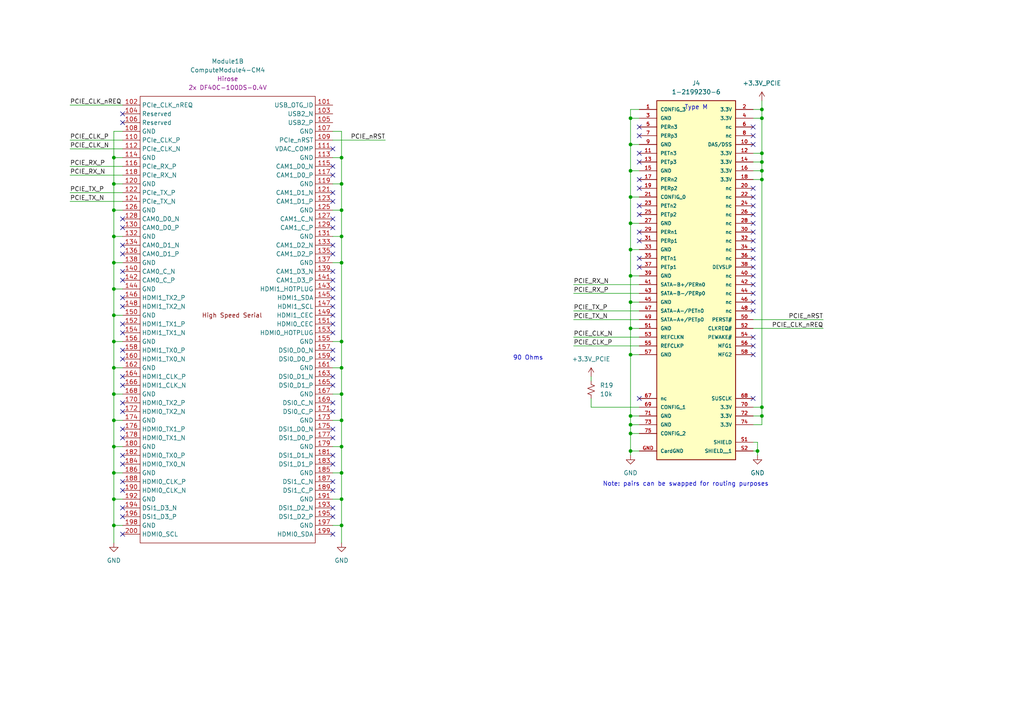
<source format=kicad_sch>
(kicad_sch (version 20231120) (generator "eeschema") (generator_version "8.0")
  (paper "A4")
  (lib_symbols
    (symbol "1-2199230-6:1-2199230-6" (pin_names (offset 1.016))
      (property "Reference" "J4" (at 0 55.88 0))
      (property "Value" "1-2199230-6" (at 0 53.34 0))
      (symbol "1-2199230-6_0_0"
        (rectangle (start -11.43 50.8) (end 11.43 -53.34) (stroke (width 0.254)) (fill (type background)))
        (pin passive line (at 16.51 -48.26 180) (length 5.08) (name "SHIELD") (number "S1"))
        (pin passive line (at 16.51 -50.8 180) (length 5.08) (name "SHIELD__1") (number "S2"))
      )
      (symbol "1-2199230-6_1_0"
        (pin passive line (at -16.51 48.26 0) (length 5.08) (name "CONFIG_3") (number "1"))
        (pin passive line (at 16.51 38.1 180) (length 5.08) (name "DAS/DSS") (number "10"))
        (pin passive line (at -16.51 35.56 0) (length 5.08) (name "PETn3") (number "11"))
        (pin passive line (at 16.51 35.56 180) (length 5.08) (name "3.3V") (number "12"))
        (pin passive line (at -16.51 33.02 0) (length 5.08) (name "PETp3") (number "13"))
        (pin passive line (at 16.51 33.02 180) (length 5.08) (name "3.3V") (number "14"))
        (pin passive line (at -16.51 30.48 0) (length 5.08) (name "GND") (number "15"))
        (pin passive line (at 16.51 30.48 180) (length 5.08) (name "3.3V") (number "16"))
        (pin passive line (at -16.51 27.94 0) (length 5.08) (name "PERn2") (number "17"))
        (pin passive line (at 16.51 27.94 180) (length 5.08) (name "3.3V") (number "18"))
        (pin passive line (at -16.51 25.4 0) (length 5.08) (name "PERp2") (number "19"))
        (pin passive line (at 16.51 48.26 180) (length 5.08) (name "3.3V") (number "2"))
        (pin passive line (at 16.51 25.4 180) (length 5.08) (name "nc") (number "20"))
        (pin passive line (at -16.51 22.86 0) (length 5.08) (name "CONFIG_0") (number "21"))
        (pin passive line (at 16.51 22.86 180) (length 5.08) (name "nc") (number "22"))
        (pin passive line (at -16.51 20.32 0) (length 5.08) (name "PETn2") (number "23"))
        (pin passive line (at 16.51 20.32 180) (length 5.08) (name "nc") (number "24"))
        (pin passive line (at -16.51 17.78 0) (length 5.08) (name "PETp2") (number "25"))
        (pin passive line (at 16.51 17.78 180) (length 5.08) (name "nc") (number "26"))
        (pin passive line (at -16.51 15.24 0) (length 5.08) (name "GND") (number "27"))
        (pin passive line (at 16.51 15.24 180) (length 5.08) (name "nc") (number "28"))
        (pin passive line (at -16.51 12.7 0) (length 5.08) (name "PERn1") (number "29"))
        (pin passive line (at -16.51 45.72 0) (length 5.08) (name "GND") (number "3"))
        (pin passive line (at 16.51 12.7 180) (length 5.08) (name "nc") (number "30"))
        (pin passive line (at -16.51 10.16 0) (length 5.08) (name "PERp1") (number "31"))
        (pin passive line (at 16.51 10.16 180) (length 5.08) (name "nc") (number "32"))
        (pin passive line (at -16.51 7.62 0) (length 5.08) (name "GND") (number "33"))
        (pin passive line (at 16.51 7.62 180) (length 5.08) (name "nc") (number "34"))
        (pin passive line (at -16.51 5.08 0) (length 5.08) (name "PETn1") (number "35"))
        (pin passive line (at 16.51 5.08 180) (length 5.08) (name "nc") (number "36"))
        (pin passive line (at -16.51 2.54 0) (length 5.08) (name "PETp1") (number "37"))
        (pin passive line (at 16.51 2.54 180) (length 5.08) (name "DEVSLP") (number "38"))
        (pin passive line (at -16.51 0 0) (length 5.08) (name "GND") (number "39"))
        (pin passive line (at 16.51 45.72 180) (length 5.08) (name "3.3V") (number "4"))
        (pin passive line (at 16.51 0 180) (length 5.08) (name "nc") (number "40"))
        (pin passive line (at -16.51 -2.54 0) (length 5.08) (name "SATA-B+/PERn0") (number "41"))
        (pin passive line (at 16.51 -2.54 180) (length 5.08) (name "nc") (number "42"))
        (pin passive line (at -16.51 -5.08 0) (length 5.08) (name "SATA-B-/PERp0") (number "43"))
        (pin passive line (at 16.51 -5.08 180) (length 5.08) (name "nc") (number "44"))
        (pin passive line (at -16.51 -7.62 0) (length 5.08) (name "GND") (number "45"))
        (pin passive line (at 16.51 -7.62 180) (length 5.08) (name "nc") (number "46"))
        (pin passive line (at -16.51 -10.16 0) (length 5.08) (name "SATA-A-/PETn0") (number "47"))
        (pin passive line (at 16.51 -10.16 180) (length 5.08) (name "nc") (number "48"))
        (pin passive line (at -16.51 -12.7 0) (length 5.08) (name "SATA-A+/PETp0") (number "49"))
        (pin passive line (at -16.51 43.18 0) (length 5.08) (name "PERn3") (number "5"))
        (pin passive line (at 16.51 -12.7 180) (length 5.08) (name "PERST#") (number "50"))
        (pin passive line (at -16.51 -15.24 0) (length 5.08) (name "GND") (number "51"))
        (pin passive line (at 16.51 -15.24 180) (length 5.08) (name "CLKREQ#") (number "52"))
        (pin passive line (at -16.51 -17.78 0) (length 5.08) (name "REFCLKN") (number "53"))
        (pin passive line (at 16.51 -17.78 180) (length 5.08) (name "PEWAKE#") (number "54"))
        (pin passive line (at -16.51 -20.32 0) (length 5.08) (name "REFCLKP") (number "55"))
        (pin passive line (at 16.51 -20.32 180) (length 5.08) (name "MFG1") (number "56"))
        (pin passive line (at -16.51 -22.86 0) (length 5.08) (name "GND") (number "57"))
        (pin passive line (at 16.51 -22.86 180) (length 5.08) (name "MFG2") (number "58"))
        (pin passive line (at 16.51 43.18 180) (length 5.08) (name "nc") (number "6"))
        (pin passive line (at -16.51 -35.56 0) (length 5.08) (name "nc") (number "67"))
        (pin passive line (at 16.51 -35.56 180) (length 5.08) (name "SUSCLK") (number "68"))
        (pin passive line (at -16.51 -38.1 0) (length 5.08) (name "CONFIG_1") (number "69"))
        (pin passive line (at -16.51 40.64 0) (length 5.08) (name "PERp3") (number "7"))
        (pin passive line (at 16.51 -38.1 180) (length 5.08) (name "3.3V") (number "70"))
        (pin passive line (at -16.51 -40.64 0) (length 5.08) (name "GND") (number "71"))
        (pin passive line (at 16.51 -40.64 180) (length 5.08) (name "3.3V") (number "72"))
        (pin passive line (at -16.51 -43.18 0) (length 5.08) (name "GND") (number "73"))
        (pin passive line (at 16.51 -43.18 180) (length 5.08) (name "3.3V") (number "74"))
        (pin passive line (at -16.51 -45.72 0) (length 5.08) (name "CONFIG_2") (number "75"))
        (pin passive line (at 16.51 40.64 180) (length 5.08) (name "nc") (number "8"))
        (pin passive line (at -16.51 38.1 0) (length 5.08) (name "GND") (number "9"))
        (pin passive line (at -16.51 -50.8 0) (length 5.08) (name "CardGND") (number "GND"))
      )
    )
    (symbol "CM4IO:ComputeModule4-CM4"
      (property "Reference" "Module" (at 113.03 -68.58 0))
      (property "Value" "ComputeModule4-CM4" (at 140.97 2.54 0))
      (property "Field4" "Hirose" (at 0 0 0))
      (property "Field5" "2x DF40C-100DS-0.4V" (at 0 -2.54 0))
      (symbol "ComputeModule4-CM4_1_0"
        (text "GPIO" (at 0 6.35 0) (effects (font (size 1.27 1.27))))
      )
      (symbol "ComputeModule4-CM4_1_1"
        (rectangle (start -30.48 -71.12) (end 25.4 58.42))
        (text "600mA Max" (at -8.89 -53.34 0) (effects (font (size 1.27 1.27))))
        (text "600mA Max" (at -8.89 -48.26 0) (effects (font (size 1.27 1.27))))
        (text "NB SD signals are only available" (at -1.27 -27.94 0) (effects (font (size 1.27 1.27))))
        (text "on modules without eMMC" (at -1.27 -30.48 0) (effects (font (size 1.27 1.27))))
        (pin power_in line (at 27.94 55.88 180) (length 2.54) (name "GND") (number "1"))
        (pin passive line (at -33.02 45.72 0) (length 2.54) (name "Ethernet_Pair0_N") (number "10"))
        (pin output line (at -33.02 -68.58 0) (length 2.54) (name "nEXTRST") (number "100"))
        (pin passive line (at 27.94 43.18 180) (length 2.54) (name "Ethernet_Pair2_P") (number "11"))
        (pin passive line (at -33.02 43.18 0) (length 2.54) (name "Ethernet_Pair0_P") (number "12"))
        (pin power_in line (at 27.94 40.64 180) (length 2.54) (name "GND") (number "13"))
        (pin power_in line (at -33.02 40.64 0) (length 2.54) (name "GND") (number "14"))
        (pin output line (at 27.94 38.1 180) (length 2.54) (name "Ethernet_nLED3(3.3v)") (number "15"))
        (pin input line (at -33.02 38.1 0) (length 2.54) (name "Ethernet_SYNC_IN(1.8v)") (number "16"))
        (pin output line (at 27.94 35.56 180) (length 2.54) (name "Ethernet_nLED2(3.3v)") (number "17"))
        (pin input line (at -33.02 35.56 0) (length 2.54) (name "Ethernet_SYNC_OUT(1.8v)") (number "18"))
        (pin output line (at 27.94 33.02 180) (length 2.54) (name "Ethernet_nLED1(3.3v)") (number "19"))
        (pin power_in line (at -33.02 55.88 0) (length 2.54) (name "GND") (number "2"))
        (pin passive line (at -33.02 33.02 0) (length 2.54) (name "EEPROM_nWP") (number "20"))
        (pin open_collector line (at 27.94 30.48 180) (length 2.54) (name "PI_nLED_Activity") (number "21"))
        (pin power_in line (at -33.02 30.48 0) (length 2.54) (name "GND") (number "22"))
        (pin power_in line (at 27.94 27.94 180) (length 2.54) (name "GND") (number "23"))
        (pin passive line (at -33.02 27.94 0) (length 2.54) (name "GPIO26") (number "24"))
        (pin passive line (at 27.94 25.4 180) (length 2.54) (name "GPIO21") (number "25"))
        (pin passive line (at -33.02 25.4 0) (length 2.54) (name "GPIO19") (number "26"))
        (pin passive line (at 27.94 22.86 180) (length 2.54) (name "GPIO20") (number "27"))
        (pin passive line (at -33.02 22.86 0) (length 2.54) (name "GPIO13") (number "28"))
        (pin passive line (at 27.94 20.32 180) (length 2.54) (name "GPIO16") (number "29"))
        (pin passive line (at 27.94 53.34 180) (length 2.54) (name "Ethernet_Pair3_P") (number "3"))
        (pin passive line (at -33.02 20.32 0) (length 2.54) (name "GPIO6") (number "30"))
        (pin passive line (at 27.94 17.78 180) (length 2.54) (name "GPIO12") (number "31"))
        (pin power_in line (at -33.02 17.78 0) (length 2.54) (name "GND") (number "32"))
        (pin power_in line (at 27.94 15.24 180) (length 2.54) (name "GND") (number "33"))
        (pin passive line (at -33.02 15.24 0) (length 2.54) (name "GPIO5") (number "34"))
        (pin passive line (at 27.94 12.7 180) (length 2.54) (name "ID_SC") (number "35"))
        (pin passive line (at -33.02 12.7 0) (length 2.54) (name "ID_SD") (number "36"))
        (pin passive line (at 27.94 10.16 180) (length 2.54) (name "GPIO7") (number "37"))
        (pin passive line (at -33.02 10.16 0) (length 2.54) (name "GPIO11") (number "38"))
        (pin passive line (at 27.94 7.62 180) (length 2.54) (name "GPIO8") (number "39"))
        (pin passive line (at -33.02 53.34 0) (length 2.54) (name "Ethernet_Pair1_P") (number "4"))
        (pin passive line (at -33.02 7.62 0) (length 2.54) (name "GPIO9") (number "40"))
        (pin passive line (at 27.94 5.08 180) (length 2.54) (name "GPIO25") (number "41"))
        (pin power_in line (at -33.02 5.08 0) (length 2.54) (name "GND") (number "42"))
        (pin power_in line (at 27.94 2.54 180) (length 2.54) (name "GND") (number "43"))
        (pin passive line (at -33.02 2.54 0) (length 2.54) (name "GPIO10") (number "44"))
        (pin passive line (at 27.94 0 180) (length 2.54) (name "GPIO24") (number "45"))
        (pin passive line (at -33.02 0 0) (length 2.54) (name "GPIO22") (number "46"))
        (pin passive line (at 27.94 -2.54 180) (length 2.54) (name "GPIO23") (number "47"))
        (pin passive line (at -33.02 -2.54 0) (length 2.54) (name "GPIO27") (number "48"))
        (pin passive line (at 27.94 -5.08 180) (length 2.54) (name "GPIO18") (number "49"))
        (pin passive line (at 27.94 50.8 180) (length 2.54) (name "Ethernet_Pair3_N") (number "5"))
        (pin passive line (at -33.02 -5.08 0) (length 2.54) (name "GPIO17") (number "50"))
        (pin passive line (at 27.94 -7.62 180) (length 2.54) (name "GPIO15") (number "51"))
        (pin power_in line (at -33.02 -7.62 0) (length 2.54) (name "GND") (number "52"))
        (pin power_in line (at 27.94 -10.16 180) (length 2.54) (name "GND") (number "53"))
        (pin passive line (at -33.02 -10.16 0) (length 2.54) (name "GPIO4") (number "54"))
        (pin passive line (at 27.94 -12.7 180) (length 2.54) (name "GPIO14") (number "55"))
        (pin passive line (at -33.02 -12.7 0) (length 2.54) (name "GPIO3") (number "56"))
        (pin passive line (at 27.94 -15.24 180) (length 2.54) (name "SD_CLK") (number "57"))
        (pin passive line (at -33.02 -15.24 0) (length 2.54) (name "GPIO2") (number "58"))
        (pin power_in line (at 27.94 -17.78 180) (length 2.54) (name "GND") (number "59"))
        (pin passive line (at -33.02 50.8 0) (length 2.54) (name "Ethernet_Pair1_N") (number "6"))
        (pin power_in line (at -33.02 -17.78 0) (length 2.54) (name "GND") (number "60"))
        (pin passive line (at 27.94 -20.32 180) (length 2.54) (name "SD_DAT3") (number "61"))
        (pin passive line (at -33.02 -20.32 0) (length 2.54) (name "SD_CMD") (number "62"))
        (pin passive line (at 27.94 -22.86 180) (length 2.54) (name "SD_DAT0") (number "63"))
        (pin passive line (at -33.02 -22.86 0) (length 2.54) (name "SD_DAT5") (number "64"))
        (pin power_in line (at 27.94 -25.4 180) (length 2.54) (name "GND") (number "65"))
        (pin power_in line (at -33.02 -25.4 0) (length 2.54) (name "GND") (number "66"))
        (pin passive line (at 27.94 -27.94 180) (length 2.54) (name "SD_DAT1") (number "67"))
        (pin passive line (at -33.02 -27.94 0) (length 2.54) (name "SD_DAT4") (number "68"))
        (pin passive line (at 27.94 -30.48 180) (length 2.54) (name "SD_DAT2") (number "69"))
        (pin power_in line (at 27.94 48.26 180) (length 2.54) (name "GND") (number "7"))
        (pin passive line (at -33.02 -30.48 0) (length 2.54) (name "SD_DAT7") (number "70"))
        (pin power_in line (at 27.94 -33.02 180) (length 2.54) (name "GND") (number "71"))
        (pin passive line (at -33.02 -33.02 0) (length 2.54) (name "SD_DAT6") (number "72"))
        (pin input line (at 27.94 -35.56 180) (length 2.54) (name "SD_VDD_Override") (number "73"))
        (pin power_in line (at -33.02 -35.56 0) (length 2.54) (name "GND") (number "74"))
        (pin output line (at 27.94 -38.1 180) (length 2.54) (name "SD_PWR_ON") (number "75"))
        (pin passive line (at -33.02 -38.1 0) (length 2.54) (name "Reserved") (number "76"))
        (pin power_in line (at 27.94 -40.64 180) (length 2.54) (name "+5v_(Input)") (number "77"))
        (pin power_in line (at -33.02 -40.64 0) (length 2.54) (name "GPIO_VREF(1.8v/3.3v_Input)") (number "78"))
        (pin power_in line (at 27.94 -43.18 180) (length 2.54) (name "+5v_(Input)") (number "79"))
        (pin power_in line (at -33.02 48.26 0) (length 2.54) (name "GND") (number "8"))
        (pin passive line (at -33.02 -43.18 0) (length 2.54) (name "SCL0") (number "80"))
        (pin power_in line (at 27.94 -45.72 180) (length 2.54) (name "+5v_(Input)") (number "81"))
        (pin passive line (at -33.02 -45.72 0) (length 2.54) (name "SDA0") (number "82"))
        (pin power_in line (at 27.94 -48.26 180) (length 2.54) (name "+5v_(Input)") (number "83"))
        (pin power_out line (at -33.02 -48.26 0) (length 2.54) (name "+3.3v_(Output)") (number "84"))
        (pin power_in line (at 27.94 -50.8 180) (length 2.54) (name "+5v_(Input)") (number "85"))
        (pin power_out line (at -33.02 -50.8 0) (length 2.54) (name "+3.3v_(Output)") (number "86"))
        (pin power_in line (at 27.94 -53.34 180) (length 2.54) (name "+5v_(Input)") (number "87"))
        (pin power_out line (at -33.02 -53.34 0) (length 2.54) (name "+1.8v_(Output)") (number "88"))
        (pin power_in line (at 27.94 -55.88 180) (length 2.54) (name "WiFi_nDisable") (number "89"))
        (pin passive line (at 27.94 45.72 180) (length 2.54) (name "Ethernet_Pair2_N") (number "9"))
        (pin power_out line (at -33.02 -55.88 0) (length 2.54) (name "+1.8v_(Output)") (number "90"))
        (pin power_in line (at 27.94 -58.42 180) (length 2.54) (name "BT_nDisable") (number "91"))
        (pin passive line (at -33.02 -58.42 0) (length 2.54) (name "RUN_PG") (number "92"))
        (pin input line (at 27.94 -60.96 180) (length 2.54) (name "nRPIBOOT") (number "93"))
        (pin passive line (at -33.02 -60.96 0) (length 2.54) (name "AnalogIP1") (number "94"))
        (pin output line (at 27.94 -63.5 180) (length 2.54) (name "nPI_LED_PWR") (number "95"))
        (pin passive line (at -33.02 -63.5 0) (length 2.54) (name "AnalogIP0") (number "96"))
        (pin passive line (at 27.94 -66.04 180) (length 2.54) (name "Camera_GPIO") (number "97"))
        (pin power_in line (at -33.02 -66.04 0) (length 2.54) (name "GND") (number "98"))
        (pin input line (at 27.94 -68.58 180) (length 2.54) (name "Global_EN") (number "99"))
      )
      (symbol "ComputeModule4-CM4_2_1"
        (rectangle (start 114.3 -66.04) (end 165.1 63.5))
        (text "High Speed Serial" (at 140.97 0 0) (effects (font (size 1.27 1.27))))
        (pin input line (at 170.18 60.96 180) (length 5.08) (name "USB_OTG_ID") (number "101"))
        (pin input line (at 109.22 60.96 0) (length 5.08) (name "PCIe_CLK_nREQ") (number "102"))
        (pin passive line (at 170.18 58.42 180) (length 5.08) (name "USB2_N") (number "103"))
        (pin passive line (at 109.22 58.42 0) (length 5.08) (name "Reserved") (number "104"))
        (pin passive line (at 170.18 55.88 180) (length 5.08) (name "USB2_P") (number "105"))
        (pin passive line (at 109.22 55.88 0) (length 5.08) (name "Reserved") (number "106"))
        (pin power_in line (at 170.18 53.34 180) (length 5.08) (name "GND") (number "107"))
        (pin power_in line (at 109.22 53.34 0) (length 5.08) (name "GND") (number "108"))
        (pin bidirectional line (at 170.18 50.8 180) (length 5.08) (name "PCIe_nRST") (number "109"))
        (pin output line (at 109.22 50.8 0) (length 5.08) (name "PCIe_CLK_P") (number "110"))
        (pin passive line (at 170.18 48.26 180) (length 5.08) (name "VDAC_COMP") (number "111"))
        (pin output line (at 109.22 48.26 0) (length 5.08) (name "PCIe_CLK_N") (number "112"))
        (pin power_in line (at 170.18 45.72 180) (length 5.08) (name "GND") (number "113"))
        (pin power_in line (at 109.22 45.72 0) (length 5.08) (name "GND") (number "114"))
        (pin input line (at 170.18 43.18 180) (length 5.08) (name "CAM1_D0_N") (number "115"))
        (pin input line (at 109.22 43.18 0) (length 5.08) (name "PCIe_RX_P") (number "116"))
        (pin input line (at 170.18 40.64 180) (length 5.08) (name "CAM1_D0_P") (number "117"))
        (pin input line (at 109.22 40.64 0) (length 5.08) (name "PCIe_RX_N") (number "118"))
        (pin power_in line (at 170.18 38.1 180) (length 5.08) (name "GND") (number "119"))
        (pin power_in line (at 109.22 38.1 0) (length 5.08) (name "GND") (number "120"))
        (pin input line (at 170.18 35.56 180) (length 5.08) (name "CAM1_D1_N") (number "121"))
        (pin output line (at 109.22 35.56 0) (length 5.08) (name "PCIe_TX_P") (number "122"))
        (pin input line (at 170.18 33.02 180) (length 5.08) (name "CAM1_D1_P") (number "123"))
        (pin output line (at 109.22 33.02 0) (length 5.08) (name "PCIe_TX_N") (number "124"))
        (pin power_in line (at 170.18 30.48 180) (length 5.08) (name "GND") (number "125"))
        (pin power_in line (at 109.22 30.48 0) (length 5.08) (name "GND") (number "126"))
        (pin input line (at 170.18 27.94 180) (length 5.08) (name "CAM1_C_N") (number "127"))
        (pin input line (at 109.22 27.94 0) (length 5.08) (name "CAM0_D0_N") (number "128"))
        (pin input line (at 170.18 25.4 180) (length 5.08) (name "CAM1_C_P") (number "129"))
        (pin input line (at 109.22 25.4 0) (length 5.08) (name "CAM0_D0_P") (number "130"))
        (pin power_in line (at 170.18 22.86 180) (length 5.08) (name "GND") (number "131"))
        (pin power_in line (at 109.22 22.86 0) (length 5.08) (name "GND") (number "132"))
        (pin input line (at 170.18 20.32 180) (length 5.08) (name "CAM1_D2_N") (number "133"))
        (pin input line (at 109.22 20.32 0) (length 5.08) (name "CAM0_D1_N") (number "134"))
        (pin input line (at 170.18 17.78 180) (length 5.08) (name "CAM1_D2_P") (number "135"))
        (pin input line (at 109.22 17.78 0) (length 5.08) (name "CAM0_D1_P") (number "136"))
        (pin power_in line (at 170.18 15.24 180) (length 5.08) (name "GND") (number "137"))
        (pin power_in line (at 109.22 15.24 0) (length 5.08) (name "GND") (number "138"))
        (pin input line (at 170.18 12.7 180) (length 5.08) (name "CAM1_D3_N") (number "139"))
        (pin input line (at 109.22 12.7 0) (length 5.08) (name "CAM0_C_N") (number "140"))
        (pin input line (at 170.18 10.16 180) (length 5.08) (name "CAM1_D3_P") (number "141"))
        (pin input line (at 109.22 10.16 0) (length 5.08) (name "CAM0_C_P") (number "142"))
        (pin input line (at 170.18 7.62 180) (length 5.08) (name "HDMI1_HOTPLUG") (number "143"))
        (pin power_in line (at 109.22 7.62 0) (length 5.08) (name "GND") (number "144"))
        (pin bidirectional line (at 170.18 5.08 180) (length 5.08) (name "HDMI1_SDA") (number "145"))
        (pin output line (at 109.22 5.08 0) (length 5.08) (name "HDMI1_TX2_P") (number "146"))
        (pin open_collector line (at 170.18 2.54 180) (length 5.08) (name "HDMI1_SCL") (number "147"))
        (pin output line (at 109.22 2.54 0) (length 5.08) (name "HDMI1_TX2_N") (number "148"))
        (pin open_collector line (at 170.18 0 180) (length 5.08) (name "HDMI1_CEC") (number "149"))
        (pin power_in line (at 109.22 0 0) (length 5.08) (name "GND") (number "150"))
        (pin open_collector line (at 170.18 -2.54 180) (length 5.08) (name "HDMI0_CEC") (number "151"))
        (pin output line (at 109.22 -2.54 0) (length 5.08) (name "HDMI1_TX1_P") (number "152"))
        (pin input line (at 170.18 -5.08 180) (length 5.08) (name "HDMI0_HOTPLUG") (number "153"))
        (pin output line (at 109.22 -5.08 0) (length 5.08) (name "HDMI1_TX1_N") (number "154"))
        (pin power_in line (at 170.18 -7.62 180) (length 5.08) (name "GND") (number "155"))
        (pin power_in line (at 109.22 -7.62 0) (length 5.08) (name "GND") (number "156"))
        (pin output line (at 170.18 -10.16 180) (length 5.08) (name "DSI0_D0_N") (number "157"))
        (pin output line (at 109.22 -10.16 0) (length 5.08) (name "HDMI1_TX0_P") (number "158"))
        (pin output line (at 170.18 -12.7 180) (length 5.08) (name "DSI0_D0_P") (number "159"))
        (pin output line (at 109.22 -12.7 0) (length 5.08) (name "HDMI1_TX0_N") (number "160"))
        (pin power_in line (at 170.18 -15.24 180) (length 5.08) (name "GND") (number "161"))
        (pin power_in line (at 109.22 -15.24 0) (length 5.08) (name "GND") (number "162"))
        (pin output line (at 170.18 -17.78 180) (length 5.08) (name "DSI0_D1_N") (number "163"))
        (pin output line (at 109.22 -17.78 0) (length 5.08) (name "HDMI1_CLK_P") (number "164"))
        (pin output line (at 170.18 -20.32 180) (length 5.08) (name "DSI0_D1_P") (number "165"))
        (pin output line (at 109.22 -20.32 0) (length 5.08) (name "HDMI1_CLK_N") (number "166"))
        (pin power_in line (at 170.18 -22.86 180) (length 5.08) (name "GND") (number "167"))
        (pin power_in line (at 109.22 -22.86 0) (length 5.08) (name "GND") (number "168"))
        (pin output line (at 170.18 -25.4 180) (length 5.08) (name "DSI0_C_N") (number "169"))
        (pin output line (at 109.22 -25.4 0) (length 5.08) (name "HDMI0_TX2_P") (number "170"))
        (pin output line (at 170.18 -27.94 180) (length 5.08) (name "DSI0_C_P") (number "171"))
        (pin output line (at 109.22 -27.94 0) (length 5.08) (name "HDMI0_TX2_N") (number "172"))
        (pin power_in line (at 170.18 -30.48 180) (length 5.08) (name "GND") (number "173"))
        (pin power_in line (at 109.22 -30.48 0) (length 5.08) (name "GND") (number "174"))
        (pin output line (at 170.18 -33.02 180) (length 5.08) (name "DSI1_D0_N") (number "175"))
        (pin output line (at 109.22 -33.02 0) (length 5.08) (name "HDMI0_TX1_P") (number "176"))
        (pin output line (at 170.18 -35.56 180) (length 5.08) (name "DSI1_D0_P") (number "177"))
        (pin output line (at 109.22 -35.56 0) (length 5.08) (name "HDMI0_TX1_N") (number "178"))
        (pin power_in line (at 170.18 -38.1 180) (length 5.08) (name "GND") (number "179"))
        (pin power_in line (at 109.22 -38.1 0) (length 5.08) (name "GND") (number "180"))
        (pin output line (at 170.18 -40.64 180) (length 5.08) (name "DSI1_D1_N") (number "181"))
        (pin output line (at 109.22 -40.64 0) (length 5.08) (name "HDMI0_TX0_P") (number "182"))
        (pin output line (at 170.18 -43.18 180) (length 5.08) (name "DSI1_D1_P") (number "183"))
        (pin output line (at 109.22 -43.18 0) (length 5.08) (name "HDMI0_TX0_N") (number "184"))
        (pin power_in line (at 170.18 -45.72 180) (length 5.08) (name "GND") (number "185"))
        (pin power_in line (at 109.22 -45.72 0) (length 5.08) (name "GND") (number "186"))
        (pin output line (at 170.18 -48.26 180) (length 5.08) (name "DSI1_C_N") (number "187"))
        (pin output line (at 109.22 -48.26 0) (length 5.08) (name "HDMI0_CLK_P") (number "188"))
        (pin output line (at 170.18 -50.8 180) (length 5.08) (name "DSI1_C_P") (number "189"))
        (pin output line (at 109.22 -50.8 0) (length 5.08) (name "HDMI0_CLK_N") (number "190"))
        (pin power_in line (at 170.18 -53.34 180) (length 5.08) (name "GND") (number "191"))
        (pin power_in line (at 109.22 -53.34 0) (length 5.08) (name "GND") (number "192"))
        (pin output line (at 170.18 -55.88 180) (length 5.08) (name "DSI1_D2_N") (number "193"))
        (pin output line (at 109.22 -55.88 0) (length 5.08) (name "DSI1_D3_N") (number "194"))
        (pin output line (at 170.18 -58.42 180) (length 5.08) (name "DSI1_D2_P") (number "195"))
        (pin output line (at 109.22 -58.42 0) (length 5.08) (name "DSI1_D3_P") (number "196"))
        (pin power_in line (at 170.18 -60.96 180) (length 5.08) (name "GND") (number "197"))
        (pin power_in line (at 109.22 -60.96 0) (length 5.08) (name "GND") (number "198"))
        (pin bidirectional line (at 170.18 -63.5 180) (length 5.08) (name "HDMI0_SDA") (number "199"))
        (pin open_collector line (at 109.22 -63.5 0) (length 5.08) (name "HDMI0_SCL") (number "200"))
      )
    )
    (symbol "Device:R_Small_US" (pin_numbers hide) (pin_names (offset 0.254) hide)
      (property "Reference" "R" (at 0.762 0.508 0))
      (property "Value" "R_Small_US" (at 0.762 -1.016 0))
      (symbol "R_Small_US_1_1"
        (polyline (pts (xy 0 0) (xy 1.016 -0.381) (xy 0 -0.762) (xy -1.016 -1.143) (xy 0 -1.524)))
        (polyline (pts (xy 0 1.524) (xy 1.016 1.143) (xy 0 0.762) (xy -1.016 0.381) (xy 0 0)))
        (pin passive line (at 0 2.54 270) (length 1.016) (name "~") (number "1"))
        (pin passive line (at 0 -2.54 90) (length 1.016) (name "~") (number "2"))
      )
    )
    (symbol "power:+3.3V" (power) (pin_names (offset 0))
      (property "Value" "+3.3V" (at 0 3.556 0))
      (symbol "+3.3V_0_1"
        (polyline (pts (xy -0.762 1.27) (xy 0 2.54)))
        (polyline (pts (xy 0 0) (xy 0 2.54)))
        (polyline (pts (xy 0 2.54) (xy 0.762 1.27)))
      )
      (symbol "+3.3V_1_1"
        (pin power_in line (at 0 0 90) (length 0) hide (name "+3.3V") (number "1"))
      )
    )
    (symbol "power:GND" (power) (pin_names (offset 0))
      (property "Value" "GND" (at 0 -3.81 0))
      (symbol "GND_0_1"
        (polyline (pts (xy 0 0) (xy 0 -1.27) (xy 1.27 -1.27) (xy 0 -2.54) (xy -1.27 -1.27) (xy 0 -1.27)))
      )
      (symbol "GND_1_1"
        (pin power_in line (at 0 0 270) (length 0) hide (name "GND") (number "1"))
      )
    )
  )
  (junction (at 220.98 31.75))
  (junction (at 33.02 106.68))
  (junction (at 99.06 99.06))
  (junction (at 220.98 120.65))
  (junction (at 99.06 144.78))
  (junction (at 182.88 130.81))
  (junction (at 33.02 60.96))
  (junction (at 182.88 95.25))
  (junction (at 33.02 99.06))
  (junction (at 99.06 45.72))
  (junction (at 33.02 53.34))
  (junction (at 33.02 152.4))
  (junction (at 182.88 87.63))
  (junction (at 33.02 121.92))
  (junction (at 99.06 60.96))
  (junction (at 182.88 120.65))
  (junction (at 99.06 152.4))
  (junction (at 33.02 129.54))
  (junction (at 99.06 129.54))
  (junction (at 182.88 41.91))
  (junction (at 182.88 80.01))
  (junction (at 99.06 53.34))
  (junction (at 33.02 83.82))
  (junction (at 182.88 49.53))
  (junction (at 99.06 106.68))
  (junction (at 182.88 34.29))
  (junction (at 99.06 114.3))
  (junction (at 33.02 76.2))
  (junction (at 220.98 34.29))
  (junction (at 33.02 114.3))
  (junction (at 33.02 91.44))
  (junction (at 33.02 45.72))
  (junction (at 182.88 125.73))
  (junction (at 99.06 121.92))
  (junction (at 220.98 118.11))
  (junction (at 219.71 130.81))
  (junction (at 220.98 44.45))
  (junction (at 99.06 68.58))
  (junction (at 220.98 52.07))
  (junction (at 182.88 123.19))
  (junction (at 99.06 137.16))
  (junction (at 33.02 144.78))
  (junction (at 182.88 64.77))
  (junction (at 220.98 49.53))
  (junction (at 182.88 102.87))
  (junction (at 220.98 46.99))
  (junction (at 33.02 68.58))
  (junction (at 182.88 57.15))
  (junction (at 182.88 72.39))
  (junction (at 99.06 76.2))
  (junction (at 33.02 137.16))
  (no_connect (at 96.52 50.8))
  (no_connect (at 185.42 69.85))
  (no_connect (at 96.52 147.32))
  (no_connect (at 218.44 69.85))
  (no_connect (at 96.52 149.86))
  (no_connect (at 185.42 67.31))
  (no_connect (at 35.56 104.14))
  (no_connect (at 35.56 124.46))
  (no_connect (at 185.42 54.61))
  (no_connect (at 96.52 86.36))
  (no_connect (at 218.44 80.01))
  (no_connect (at 218.44 39.37))
  (no_connect (at 185.42 39.37))
  (no_connect (at 185.42 52.07))
  (no_connect (at 35.56 147.32))
  (no_connect (at 96.52 58.42))
  (no_connect (at 96.52 116.84))
  (no_connect (at 35.56 127))
  (no_connect (at 35.56 88.9))
  (no_connect (at 96.52 43.18))
  (no_connect (at 218.44 62.23))
  (no_connect (at 185.42 46.99))
  (no_connect (at 185.42 36.83))
  (no_connect (at 35.56 81.28))
  (no_connect (at 96.52 134.62))
  (no_connect (at 185.42 44.45))
  (no_connect (at 96.52 101.6))
  (no_connect (at 185.42 74.93))
  (no_connect (at 218.44 85.09))
  (no_connect (at 185.42 77.47))
  (no_connect (at 218.44 77.47))
  (no_connect (at 35.56 154.94))
  (no_connect (at 35.56 78.74))
  (no_connect (at 35.56 149.86))
  (no_connect (at 185.42 115.57))
  (no_connect (at 96.52 78.74))
  (no_connect (at 96.52 132.08))
  (no_connect (at 96.52 63.5))
  (no_connect (at 35.56 142.24))
  (no_connect (at 218.44 102.87))
  (no_connect (at 218.44 97.79))
  (no_connect (at 96.52 119.38))
  (no_connect (at 218.44 59.69))
  (no_connect (at 218.44 36.83))
  (no_connect (at 96.52 55.88))
  (no_connect (at 218.44 72.39))
  (no_connect (at 35.56 111.76))
  (no_connect (at 35.56 109.22))
  (no_connect (at 35.56 66.04))
  (no_connect (at 35.56 132.08))
  (no_connect (at 218.44 64.77))
  (no_connect (at 218.44 41.91))
  (no_connect (at 35.56 73.66))
  (no_connect (at 96.52 66.04))
  (no_connect (at 96.52 124.46))
  (no_connect (at 35.56 119.38))
  (no_connect (at 35.56 71.12))
  (no_connect (at 96.52 48.26))
  (no_connect (at 218.44 87.63))
  (no_connect (at 96.52 154.94))
  (no_connect (at 96.52 73.66))
  (no_connect (at 35.56 93.98))
  (no_connect (at 218.44 100.33))
  (no_connect (at 96.52 109.22))
  (no_connect (at 96.52 71.12))
  (no_connect (at 218.44 54.61))
  (no_connect (at 35.56 134.62))
  (no_connect (at 218.44 74.93))
  (no_connect (at 96.52 139.7))
  (no_connect (at 96.52 104.14))
  (no_connect (at 35.56 33.02))
  (no_connect (at 185.42 59.69))
  (no_connect (at 218.44 82.55))
  (no_connect (at 96.52 83.82))
  (no_connect (at 35.56 116.84))
  (no_connect (at 35.56 101.6))
  (no_connect (at 35.56 35.56))
  (no_connect (at 218.44 57.15))
  (no_connect (at 96.52 96.52))
  (no_connect (at 35.56 86.36))
  (no_connect (at 96.52 88.9))
  (no_connect (at 218.44 67.31))
  (no_connect (at 96.52 111.76))
  (no_connect (at 96.52 127))
  (no_connect (at 96.52 81.28))
  (no_connect (at 35.56 96.52))
  (no_connect (at 35.56 139.7))
  (no_connect (at 96.52 142.24))
  (no_connect (at 35.56 63.5))
  (no_connect (at 96.52 91.44))
  (no_connect (at 218.44 90.17))
  (no_connect (at 185.42 62.23))
  (no_connect (at 96.52 93.98))
  (no_connect (at 218.44 115.57))
  (wire (pts (xy 182.88 123.19) (xy 182.88 125.73)))
  (wire (pts (xy 182.88 72.39) (xy 185.42 72.39)))
  (wire (pts (xy 99.06 106.68) (xy 99.06 114.3)))
  (wire (pts (xy 99.06 53.34) (xy 99.06 60.96)))
  (wire (pts (xy 33.02 99.06) (xy 35.56 99.06)))
  (wire (pts (xy 220.98 49.53) (xy 220.98 52.07)))
  (wire (pts (xy 33.02 99.06) (xy 33.02 106.68)))
  (wire (pts (xy 220.98 31.75) (xy 220.98 29.21)))
  (wire (pts (xy 96.52 38.1) (xy 99.06 38.1)))
  (wire (pts (xy 96.52 53.34) (xy 99.06 53.34)))
  (wire (pts (xy 185.42 49.53) (xy 182.88 49.53)))
  (wire (pts (xy 182.88 125.73) (xy 182.88 130.81)))
  (wire (pts (xy 33.02 83.82) (xy 35.56 83.82)))
  (wire (pts (xy 33.02 129.54) (xy 33.02 137.16)))
  (wire (pts (xy 220.98 123.19) (xy 220.98 120.65)))
  (wire (pts (xy 166.37 92.71) (xy 185.42 92.71)))
  (wire (pts (xy 20.32 50.8) (xy 35.56 50.8)))
  (wire (pts (xy 220.98 34.29) (xy 220.98 44.45)))
  (wire (pts (xy 99.06 60.96) (xy 99.06 68.58)))
  (wire (pts (xy 99.06 121.92) (xy 96.52 121.92)))
  (wire (pts (xy 99.06 38.1) (xy 99.06 45.72)))
  (wire (pts (xy 99.06 68.58) (xy 96.52 68.58)))
  (wire (pts (xy 182.88 80.01) (xy 182.88 87.63)))
  (wire (pts (xy 33.02 121.92) (xy 33.02 129.54)))
  (wire (pts (xy 99.06 144.78) (xy 99.06 152.4)))
  (wire (pts (xy 96.52 45.72) (xy 99.06 45.72)))
  (wire (pts (xy 99.06 137.16) (xy 99.06 144.78)))
  (wire (pts (xy 182.88 120.65) (xy 182.88 123.19)))
  (wire (pts (xy 166.37 82.55) (xy 185.42 82.55)))
  (wire (pts (xy 33.02 83.82) (xy 33.02 91.44)))
  (wire (pts (xy 219.71 130.81) (xy 218.44 130.81)))
  (wire (pts (xy 182.88 102.87) (xy 185.42 102.87)))
  (wire (pts (xy 218.44 123.19) (xy 220.98 123.19)))
  (wire (pts (xy 33.02 76.2) (xy 35.56 76.2)))
  (wire (pts (xy 220.98 31.75) (xy 220.98 34.29)))
  (wire (pts (xy 219.71 128.27) (xy 218.44 128.27)))
  (wire (pts (xy 182.88 120.65) (xy 185.42 120.65)))
  (wire (pts (xy 182.88 57.15) (xy 185.42 57.15)))
  (wire (pts (xy 33.02 68.58) (xy 33.02 76.2)))
  (wire (pts (xy 218.44 52.07) (xy 220.98 52.07)))
  (wire (pts (xy 99.06 99.06) (xy 96.52 99.06)))
  (wire (pts (xy 20.32 43.18) (xy 35.56 43.18)))
  (wire (pts (xy 182.88 87.63) (xy 182.88 95.25)))
  (wire (pts (xy 35.56 38.1) (xy 33.02 38.1)))
  (wire (pts (xy 219.71 130.81) (xy 219.71 132.08)))
  (wire (pts (xy 182.88 41.91) (xy 182.88 49.53)))
  (wire (pts (xy 182.88 34.29) (xy 185.42 34.29)))
  (wire (pts (xy 33.02 106.68) (xy 35.56 106.68)))
  (wire (pts (xy 33.02 114.3) (xy 33.02 121.92)))
  (wire (pts (xy 33.02 152.4) (xy 35.56 152.4)))
  (wire (pts (xy 166.37 100.33) (xy 185.42 100.33)))
  (wire (pts (xy 182.88 95.25) (xy 182.88 102.87)))
  (wire (pts (xy 33.02 91.44) (xy 35.56 91.44)))
  (wire (pts (xy 218.44 34.29) (xy 220.98 34.29)))
  (wire (pts (xy 185.42 31.75) (xy 182.88 31.75)))
  (wire (pts (xy 238.76 92.71) (xy 218.44 92.71)))
  (wire (pts (xy 33.02 60.96) (xy 35.56 60.96)))
  (wire (pts (xy 220.98 120.65) (xy 220.98 118.11)))
  (wire (pts (xy 182.88 49.53) (xy 182.88 57.15)))
  (wire (pts (xy 182.88 95.25) (xy 185.42 95.25)))
  (wire (pts (xy 33.02 144.78) (xy 33.02 152.4)))
  (wire (pts (xy 182.88 72.39) (xy 182.88 80.01)))
  (wire (pts (xy 220.98 46.99) (xy 220.98 49.53)))
  (wire (pts (xy 33.02 45.72) (xy 35.56 45.72)))
  (wire (pts (xy 220.98 52.07) (xy 220.98 118.11)))
  (wire (pts (xy 182.88 130.81) (xy 182.88 132.08)))
  (wire (pts (xy 182.88 41.91) (xy 185.42 41.91)))
  (wire (pts (xy 33.02 129.54) (xy 35.56 129.54)))
  (wire (pts (xy 33.02 91.44) (xy 33.02 99.06)))
  (wire (pts (xy 99.06 106.68) (xy 96.52 106.68)))
  (wire (pts (xy 33.02 53.34) (xy 35.56 53.34)))
  (wire (pts (xy 99.06 45.72) (xy 99.06 53.34)))
  (wire (pts (xy 166.37 85.09) (xy 185.42 85.09)))
  (wire (pts (xy 99.06 152.4) (xy 99.06 157.48)))
  (wire (pts (xy 33.02 137.16) (xy 33.02 144.78)))
  (wire (pts (xy 33.02 68.58) (xy 35.56 68.58)))
  (wire (pts (xy 33.02 76.2) (xy 33.02 83.82)))
  (wire (pts (xy 99.06 76.2) (xy 99.06 99.06)))
  (wire (pts (xy 171.45 118.11) (xy 185.42 118.11)))
  (wire (pts (xy 220.98 118.11) (xy 218.44 118.11)))
  (wire (pts (xy 20.32 58.42) (xy 35.56 58.42)))
  (wire (pts (xy 219.71 128.27) (xy 219.71 130.81)))
  (wire (pts (xy 33.02 38.1) (xy 33.02 45.72)))
  (wire (pts (xy 220.98 44.45) (xy 220.98 46.99)))
  (wire (pts (xy 33.02 114.3) (xy 35.56 114.3)))
  (wire (pts (xy 33.02 106.68) (xy 33.02 114.3)))
  (wire (pts (xy 182.88 57.15) (xy 182.88 64.77)))
  (wire (pts (xy 33.02 137.16) (xy 35.56 137.16)))
  (wire (pts (xy 33.02 53.34) (xy 33.02 60.96)))
  (wire (pts (xy 99.06 129.54) (xy 96.52 129.54)))
  (wire (pts (xy 182.88 87.63) (xy 185.42 87.63)))
  (wire (pts (xy 99.06 114.3) (xy 99.06 121.92)))
  (wire (pts (xy 99.06 121.92) (xy 99.06 129.54)))
  (wire (pts (xy 20.32 55.88) (xy 35.56 55.88)))
  (wire (pts (xy 99.06 129.54) (xy 99.06 137.16)))
  (wire (pts (xy 218.44 49.53) (xy 220.98 49.53)))
  (wire (pts (xy 99.06 152.4) (xy 96.52 152.4)))
  (wire (pts (xy 99.06 114.3) (xy 96.52 114.3)))
  (wire (pts (xy 166.37 90.17) (xy 185.42 90.17)))
  (wire (pts (xy 111.76 40.64) (xy 96.52 40.64)))
  (wire (pts (xy 99.06 144.78) (xy 96.52 144.78)))
  (wire (pts (xy 182.88 34.29) (xy 182.88 41.91)))
  (wire (pts (xy 185.42 64.77) (xy 182.88 64.77)))
  (wire (pts (xy 182.88 125.73) (xy 185.42 125.73)))
  (wire (pts (xy 218.44 120.65) (xy 220.98 120.65)))
  (wire (pts (xy 33.02 45.72) (xy 33.02 53.34)))
  (wire (pts (xy 171.45 118.11) (xy 171.45 115.57)))
  (wire (pts (xy 33.02 144.78) (xy 35.56 144.78)))
  (wire (pts (xy 33.02 121.92) (xy 35.56 121.92)))
  (wire (pts (xy 20.32 48.26) (xy 35.56 48.26)))
  (wire (pts (xy 99.06 60.96) (xy 96.52 60.96)))
  (wire (pts (xy 20.32 30.48) (xy 35.56 30.48)))
  (wire (pts (xy 99.06 76.2) (xy 96.52 76.2)))
  (wire (pts (xy 218.44 44.45) (xy 220.98 44.45)))
  (wire (pts (xy 182.88 123.19) (xy 185.42 123.19)))
  (wire (pts (xy 171.45 109.22) (xy 171.45 110.49)))
  (wire (pts (xy 99.06 68.58) (xy 99.06 76.2)))
  (wire (pts (xy 218.44 46.99) (xy 220.98 46.99)))
  (wire (pts (xy 99.06 99.06) (xy 99.06 106.68)))
  (wire (pts (xy 33.02 152.4) (xy 33.02 157.48)))
  (wire (pts (xy 33.02 60.96) (xy 33.02 68.58)))
  (wire (pts (xy 182.88 64.77) (xy 182.88 72.39)))
  (wire (pts (xy 182.88 130.81) (xy 185.42 130.81)))
  (wire (pts (xy 20.32 40.64) (xy 35.56 40.64)))
  (wire (pts (xy 182.88 102.87) (xy 182.88 120.65)))
  (wire (pts (xy 238.76 95.25) (xy 218.44 95.25)))
  (wire (pts (xy 218.44 31.75) (xy 220.98 31.75)))
  (wire (pts (xy 182.88 80.01) (xy 185.42 80.01)))
  (wire (pts (xy 99.06 137.16) (xy 96.52 137.16)))
  (wire (pts (xy 166.37 97.79) (xy 185.42 97.79)))
  (wire (pts (xy 182.88 31.75) (xy 182.88 34.29)))
  (text "Type M" (at 201.93 31.242 0) (effects (font (size 1.27 1.27))))
  (text "Note: pairs can be swapped for routing purposes\n" (at 198.882 140.462 0) (effects (font (size 1.27 1.27))))
  (text "90 Ohms" (at 153.162 103.886 0) (effects (font (size 1.27 1.27))))
  (label "PCIE_CLK_P" (at 166.37 100.33 0))
  (label "PCIE_TX_P" (at 20.32 55.88 0))
  (label "PCIE_RX_P" (at 20.32 48.26 0))
  (label "PCIE_RX_N" (at 20.32 50.8 0))
  (label "PCIE_CLK_N" (at 166.37 97.79 0))
  (label "PCIE_RX_N" (at 166.37 82.55 0))
  (label "PCIE_TX_N" (at 166.37 92.71 0))
  (label "PCIE_TX_N" (at 20.32 58.42 0))
  (label "PCIE_CLK_nREQ" (at 20.32 30.48 0))
  (label "PCIE_RX_P" (at 166.37 85.09 0))
  (label "PCIE_nRST" (at 238.76 92.71 180))
  (label "PCIE_CLK_nREQ" (at 238.76 95.25 180))
  (label "PCIE_CLK_N" (at 20.32 43.18 0))
  (label "PCIE_TX_P" (at 166.37 90.17 0))
  (label "PCIE_CLK_P" (at 20.32 40.64 0))
  (label "PCIE_nRST" (at 111.76 40.64 180))
  (symbol (lib_id "power:GND") (at 182.88 132.08 0) (unit 1)
    (property "Reference" "#PWR030" (effects (hide yes)))
    (property "Value" "GND" (at 182.88 137.16 0))
    (property "Description" "Power symbol creates a global label with name \"GND\" , ground" (effects (hide yes)))
  )
  (symbol (lib_id "power:GND") (at 33.02 157.48 0) (unit 1)
    (property "Reference" "#PWR033" (effects (hide yes)))
    (property "Value" "GND" (at 33.02 162.56 0))
    (property "Description" "Power symbol creates a global label with name \"GND\" , ground" (effects (hide yes)))
  )
  (symbol (lib_id "1-2199230-6:1-2199230-6") (at 201.93 80.01 0) (unit 1)
    (property "Reference" "J4" (at 201.93 24.13 0))
    (property "Value" "1-2199230-6" (at 201.93 26.67 0))
    (property "Footprint" "1_2199230_6:TE_1-2199230-6" (effects (hide yes)))
    (property "Datasheet" "https://www.te.com/usa-en/product-1-2199230-6.datasheet.pdf" (effects (hide yes)))
    (property "PARTREV" "B3" (effects (hide yes)))
    (property "STANDARD" "Manufacturer recommendations" (effects (hide yes)))
    (property "MAXIMUM_PACKAGE_HEIGHT" "4.2 mm" (effects (hide yes)))
    (property "MANUFACTURER" "TE Connectivity" (effects (hide yes)))
  )
  (symbol (lib_id "power:GND") (at 219.71 132.08 0) (unit 1)
    (property "Reference" "#PWR035" (effects (hide yes)))
    (property "Value" "GND" (at 219.71 137.16 0))
    (property "Description" "Power symbol creates a global label with name \"GND\" , ground" (effects (hide yes)))
  )
  (symbol (lib_id "power:GND") (at 99.06 157.48 0) (mirror y) (unit 1)
    (property "Reference" "#PWR034" (effects (hide yes)))
    (property "Value" "GND" (at 99.06 162.56 0))
    (property "Description" "Power symbol creates a global label with name \"GND\" , ground" (effects (hide yes)))
  )
  (symbol (lib_id "power:+3.3V") (at 220.98 29.21 0) (unit 1)
    (property "Reference" "#PWR031" (effects (hide yes)))
    (property "Value" "+3.3V_PCIE" (at 220.98 24.13 0))
    (property "Description" "Power symbol creates a global label with name \"+3.3V\"" (effects (hide yes)))
  )
  (symbol (lib_id "power:+3.3V") (at 171.45 109.22 0) (unit 1)
    (property "Reference" "#PWR032" (effects (hide yes)))
    (property "Value" "+3.3V_PCIE" (at 171.45 104.14 0))
    (property "Description" "Power symbol creates a global label with name \"+3.3V\"" (effects (hide yes)))
  )
  (symbol (lib_id "Device:R_Small_US") (at 171.45 113.03 0) (unit 1)
    (property "Reference" "R19" (at 173.99 111.7599 0) (effects (justify left)))
    (property "Value" "10k" (at 173.99 114.2999 0) (effects (justify left)))
    (property "Footprint" "Resistor_SMD:R_0603_1608Metric_Pad0.98x0.95mm_HandSolder" (effects (hide yes)))
    (property "Description" "Resistor, small US symbol" (effects (hide yes)))
  )
  (symbol (lib_id "CM4IO:ComputeModule4-CM4") (at -73.66 91.44 0) (unit 2)
    (property "Reference" "Module1" (at 66.04 17.78 0))
    (property "Value" "ComputeModule4-CM4" (at 66.04 20.32 0))
    (property "Footprint" "cm4node:Raspberry-Pi-4-Compute-Module" (effects (hide yes)))
    (property "Field4" "Hirose" (at 66.04 22.86 0))
    (property "Field5" "2x DF40C-100DS-0.4V" (at 66.04 25.4 0))
  )
)
</source>
